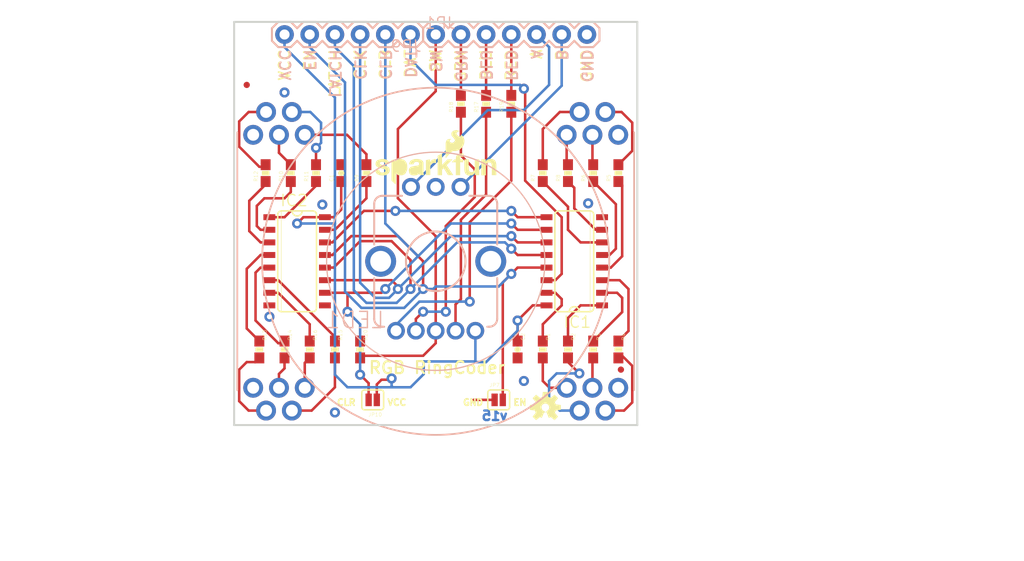
<source format=kicad_pcb>
(kicad_pcb (version 20211014) (generator pcbnew)
  (layers (0 "F.Cu" signal) (31 "B.Cu" signal) (34 "B.Paste" user) (35 "F.Paste" user) (36 "B.SilkS" user "B.Silkscreen") (37 "F.SilkS" user "F.Silkscreen") (38 "B.Mask" user) (39 "F.Mask" user) (44 "Edge.Cuts" user))
  (net 0 "")
  (net 1 "GND")
  (net 2 "4")
  (net 3 "3")
  (net 4 "2")
  (net 5 "1")
  (net 6 "B")
  (net 7 "A")
  (net 8 "VCC")
  (net 9 "QH*")
  (net 10 "DAT")
  (net 11 "CLK")
  (net 12 "13")
  (net 13 "14")
  (net 14 "15")
  (net 15 "16")
  (net 16 "12")
  (net 17 "11")
  (net 18 "10")
  (net 19 "9")
  (net 20 "8")
  (net 21 "7")
  (net 22 "6")
  (net 23 "5")
  (net 24 "LATCH")
  (net 25 "CLEAR")
  (net 26 "EN")
  (net 27 "SWITCH")
  (net 28 "N$1")
  (net 29 "N$2")
  (net 30 "N$3")
  (net 31 "N$4")
  (net 32 "N$5")
  (net 33 "N$6")
  (net 34 "N$7")
  (net 35 "N$8")
  (net 36 "N$9")
  (net 37 "N$10")
  (net 38 "N$11")
  (net 39 "N$12")
  (net 40 "N$13")
  (net 41 "N$14")
  (net 42 "N$15")
  (net 43 "N$16")
  (net 44 "RED")
  (net 45 "BLUE")
  (net 46 "GREEN")
  (net 47 "LED-R")
  (net 48 "LED-G")
  (net 49 "LED-B")
  (footprint "boardEagle:0603-RES" (layer "F.Cu") (at 164.3761 117.7036 -90)
    (fp_text reference "R3")
    (fp_text value "300")
  )
  (footprint "boardEagle:0603-RES" (layer "F.Cu") (at 151.0411 92.9386 90)
    (fp_text reference "R18")
    (fp_text value "180")
  )
  (footprint "boardEagle:SO16" (layer "F.Cu") (at 162.4711 108.8136 90)
    (fp_text reference "IC1")
    (fp_text value "74LS595D")
  )
  (footprint "boardEagle:0603-RES" (layer "F.Cu") (at 159.2961 99.9236 90)
    (fp_text reference "R7")
    (fp_text value "300")
  )
  (footprint "boardEagle:FIDUCIAL-1X2.5" (layer "F.Cu") (at 167.1701 119.7356)
    (fp_text reference "JP5" hide)
    (fp_text value "FIDUCIAL1X2.5" hide)
  )
  (footprint "boardEagle:SO16" (layer "F.Cu") (at 134.5311 108.8136 -90)
    (fp_text reference "IC2")
    (fp_text value "74LS595D")
  )
  (footprint "boardEagle:OSHW-LOGO-S" (layer "F.Cu") (at 159.5501 123.5456)
    (fp_text reference "U$2" hide)
    (fp_text value "OSHW-LOGOS" hide)
  )
  (footprint "boardEagle:0603-RES" (layer "F.Cu") (at 156.1211 92.9386 90)
    (fp_text reference "R19")
    (fp_text value "300")
  )
  (footprint "boardEagle:0603-RES" (layer "F.Cu") (at 136.4361 99.9236 90)
    (fp_text reference "R11")
    (fp_text value "300")
  )
  (footprint "boardEagle:0603-RES" (layer "F.Cu") (at 138.3411 117.7036 -90)
    (fp_text reference "R15")
    (fp_text value "300")
  )
  (footprint "boardEagle:0603-RES" (layer "F.Cu") (at 140.8811 117.7036 -90)
    (fp_text reference "R20")
    (fp_text value "10k")
  )
  (footprint "boardEagle:SJ_2S" (layer "F.Cu") (at 142.1511 122.7836 180)
    (fp_text reference "JP10")
    (fp_text value "")
  )
  (footprint "boardEagle:0603-RES" (layer "F.Cu") (at 159.2961 117.7036 -90)
    (fp_text reference "R1")
    (fp_text value "300")
  )
  (footprint "boardEagle:CREATIVE_COMMONS" (layer "F.Cu") (at 124.898979 134.8486)
    (fp_text reference "FRAME1" hide)
    (fp_text value "FRAME-LETTER" hide)
  )
  (footprint "boardEagle:FIDUCIAL-1X2.5" (layer "F.Cu") (at 129.4511 91.0336)
    (fp_text reference "JP8" hide)
    (fp_text value "FIDUCIAL1X2.5" hide)
  )
  (footprint "boardEagle:0603-RES" (layer "F.Cu") (at 166.9161 99.9236 90)
    (fp_text reference "R5")
    (fp_text value "300")
  )
  (footprint "boardEagle:0603-RES" (layer "F.Cu") (at 161.8361 99.9236 90)
    (fp_text reference "R8")
    (fp_text value "300")
  )
  (footprint "boardEagle:0603-CAP" (layer "F.Cu") (at 138.9761 99.9236 90)
    (fp_text reference "C1")
    (fp_text value "0.1uF")
  )
  (footprint "boardEagle:0603-RES" (layer "F.Cu") (at 130.7211 117.7036 -90)
    (fp_text reference "R13")
    (fp_text value "300")
  )
  (footprint "boardEagle:0603-RES" (layer "F.Cu") (at 164.3761 99.9236 90)
    (fp_text reference "R6")
    (fp_text value "300")
  )
  (footprint "boardEagle:0603-RES" (layer "F.Cu") (at 131.3561 99.9236 90)
    (fp_text reference "R12")
    (fp_text value "300")
  )
  (footprint "boardEagle:0603-RES" (layer "F.Cu") (at 133.2611 117.7036 -90)
    (fp_text reference "R14")
    (fp_text value "300")
  )
  (footprint "boardEagle:SFE-NEW-WEB" (layer "F.Cu") (at 142.4051 101.0666)
    (fp_text reference "JP2" hide)
    (fp_text value "LOGO-SFENW2" hide)
  )
  (footprint "boardEagle:0603-RES" (layer "F.Cu") (at 153.5811 92.9386 90)
    (fp_text reference "R17")
    (fp_text value "180")
  )
  (footprint "boardEagle:REVISION" (layer "F.Cu") (at 136.4361 138.0236)
    (fp_text reference "U$1" hide)
    (fp_text value "REVISION" hide)
  )
  (footprint "boardEagle:0603-RES" (layer "F.Cu") (at 135.8011 117.7036 -90)
    (fp_text reference "R16")
    (fp_text value "300")
  )
  (footprint "boardEagle:0603-RES" (layer "F.Cu") (at 166.9161 117.7036 -90)
    (fp_text reference "R4")
    (fp_text value "300")
  )
  (footprint "boardEagle:SFE-LOGO-FLAME" (layer "F.Cu") (at 149.5171 98.3996)
    (fp_text reference "JP6" hide)
    (fp_text value "LOGO-SFESK" hide)
  )
  (footprint "boardEagle:0603-RES" (layer "F.Cu") (at 161.8361 117.7036 -90)
    (fp_text reference "R2")
    (fp_text value "300")
  )
  (footprint "boardEagle:SJ_2S" (layer "F.Cu") (at 154.8511 122.7836)
    (fp_text reference "JP7")
    (fp_text value "")
  )
  (footprint "boardEagle:0603-CAP" (layer "F.Cu") (at 156.7561 117.7036 -90)
    (fp_text reference "C2")
    (fp_text value "0.1uF")
  )
  (footprint "boardEagle:0603-RES" (layer "F.Cu") (at 141.5161 99.9236 90)
    (fp_text reference "R9")
    (fp_text value "300")
  )
  (footprint "boardEagle:0603-RES" (layer "F.Cu") (at 133.8961 99.9236 90)
    (fp_text reference "R10")
    (fp_text value "300")
  )
  (footprint "boardEagle:ENCODER_LED_RGB" (layer "B.Cu") (at 148.5011 108.8136)
    (fp_text reference "U1" hide)
    (fp_text value "ENCODER_RGB" hide)
  )
  (footprint "boardEagle:1X07" (layer "B.Cu") (at 148.5011 85.9536)
    (fp_text reference "JP9")
    (fp_text value "")
  )
  (footprint "boardEagle:1X06" (layer "B.Cu") (at 145.9611 85.9536 180)
    (fp_text reference "JP1")
    (fp_text value "")
  )
  (footprint "boardEagle:STAND-OFF" (layer "B.Cu") (at 166.2811 88.4936 180)
    (fp_text reference "JP3" hide)
    (fp_text value "STAND-OFF" hide)
  )
  (footprint "boardEagle:STAND-OFF" (layer "B.Cu") (at 130.7211 88.4936 180)
    (fp_text reference "JP4" hide)
    (fp_text value "STAND-OFF" hide)
  )
  (footprint "boardEagle:LED_RING" (layer "B.Cu") (at 148.5011 108.8136)
    (fp_text reference "LED1")
    (fp_text value "RED")
  )
  (gr_line (start 128.1811 125.3236) (end 168.8211 125.3236) (layer "Edge.Cuts") (width 0.2032))
  (gr_line (start 128.1811 84.6836) (end 128.1811 125.3236) (layer "Edge.Cuts") (width 0.2032))
  (gr_line (start 168.8211 84.6836) (end 128.1811 84.6836) (layer "Edge.Cuts") (width 0.2032))
  (gr_line (start 168.8211 125.3236) (end 168.8211 84.6836) (layer "Edge.Cuts") (width 0.2032))
  (gr_text "v15" (at 155.8671 124.9426) (layer "B.Cu") (effects (font (size 0.9525 0.9525) (thickness 0.3175)) (justify left bottom mirror)))
  (gr_text "A" (at 159.2961 87.3506 -90) (layer "B.SilkS") (effects (font (size 1.0795 1.0795) (thickness 0.1905)) (justify right top mirror)))
  (gr_text "EN" (at 136.4361 87.3506 -90) (layer "B.SilkS") (effects (font (size 1.0795 1.0795) (thickness 0.1905)) (justify right top mirror)))
  (gr_text "CLR" (at 144.0561 87.3506 -90) (layer "B.SilkS") (effects (font (size 1.0795 1.0795) (thickness 0.1905)) (justify right top mirror)))
  (gr_text "GND" (at 164.3761 87.3506 -90) (layer "B.SilkS") (effects (font (size 1.0795 1.0795) (thickness 0.1905)) (justify right top mirror)))
  (gr_text "LATCH" (at 138.9761 87.3506 -90) (layer "B.SilkS") (effects (font (size 1.0795 1.0795) (thickness 0.1905)) (justify right top mirror)))
  (gr_text "B" (at 161.8361 87.3506 -90) (layer "B.SilkS") (effects (font (size 1.0795 1.0795) (thickness 0.1905)) (justify right top mirror)))
  (gr_text "BLU" (at 154.2161 87.3506 -90) (layer "B.SilkS") (effects (font (size 1.0795 1.0795) (thickness 0.1905)) (justify right top mirror)))
  (gr_text "RED" (at 156.7561 87.3506 -90) (layer "B.SilkS") (effects (font (size 1.0795 1.0795) (thickness 0.1905)) (justify right top mirror)))
  (gr_text "CLK" (at 141.5161 87.3506 -90) (layer "B.SilkS") (effects (font (size 1.0795 1.0795) (thickness 0.1905)) (justify right top mirror)))
  (gr_text "VCC" (at 133.8961 87.3506 -90) (layer "B.SilkS") (effects (font (size 1.0795 1.0795) (thickness 0.1905)) (justify right top mirror)))
  (gr_text "SW" (at 149.1361 87.3506 -90) (layer "B.SilkS") (effects (font (size 1.0795 1.0795) (thickness 0.1905)) (justify right top mirror)))
  (gr_text "GRN" (at 151.6761 87.3506 -90) (layer "B.SilkS") (effects (font (size 1.0795 1.0795) (thickness 0.1905)) (justify right top mirror)))
  (gr_text "DAT" (at 146.5961 87.3506 -90) (layer "B.SilkS") (effects (font (size 1.0795 1.0795) (thickness 0.1905)) (justify right top mirror)))
  (gr_text "RED" (at 155.4861 87.3506 90) (layer "F.SilkS") (effects (font (size 1.0795 1.0795) (thickness 0.1905)) (justify right top)))
  (gr_text "VCC" (at 143.5481 123.4186) (layer "F.SilkS") (effects (font (size 0.65024 0.65024) (thickness 0.16256)) (justify left bottom)))
  (gr_text "VCC" (at 132.6261 87.3506 90) (layer "F.SilkS") (effects (font (size 1.0795 1.0795) (thickness 0.1905)) (justify right top)))
  (gr_text "RGB RingCoder" (at 141.6431 120.2436) (layer "F.SilkS") (effects (font (size 1.20904 1.20904) (thickness 0.21336)) (justify left bottom)))
  (gr_text "CLR" (at 138.4681 123.4186) (layer "F.SilkS") (effects (font (size 0.65024 0.65024) (thickness 0.16256)) (justify left bottom)))
  (gr_text "B" (at 160.5661 87.3506 90) (layer "F.SilkS") (effects (font (size 1.0795 1.0795) (thickness 0.1905)) (justify right top)))
  (gr_text "GND" (at 163.1061 87.3506 90) (layer "F.SilkS") (effects (font (size 1.0795 1.0795) (thickness 0.1905)) (justify right top)))
  (gr_text "GRN" (at 150.4061 87.3506 90) (layer "F.SilkS") (effects (font (size 1.0795 1.0795) (thickness 0.1905)) (justify right top)))
  (gr_text "CLR" (at 142.7861 87.3506 90) (layer "F.SilkS") (effects (font (size 1.0795 1.0795) (thickness 0.1905)) (justify right top)))
  (gr_text "DAT" (at 145.3261 87.3506 90) (layer "F.SilkS") (effects (font (size 1.0795 1.0795) (thickness 0.1905)) (justify right top)))
  (gr_text "SW" (at 147.8661 87.3506 90) (layer "F.SilkS") (effects (font (size 1.0795 1.0795) (thickness 0.1905)) (justify right top)))
  (gr_text "BLU" (at 152.9461 87.3506 90) (layer "F.SilkS") (effects (font (size 1.0795 1.0795) (thickness 0.1905)) (justify right top)))
  (gr_text "LATCH" (at 137.7061 87.3506 90) (layer "F.SilkS") (effects (font (size 1.0795 1.0795) (thickness 0.1905)) (justify right top)))
  (gr_text "GND" (at 151.1681 123.4186) (layer "F.SilkS") (effects (font (size 0.65024 0.65024) (thickness 0.16256)) (justify left bottom)))
  (gr_text "EN" (at 135.1661 87.3506 90) (layer "F.SilkS") (effects (font (size 1.0795 1.0795) (thickness 0.1905)) (justify right top)))
  (gr_text "EN" (at 156.2481 123.4186) (layer "F.SilkS") (effects (font (size 0.65024 0.65024) (thickness 0.16256)) (justify left bottom)))
  (gr_text "A" (at 158.0261 87.3506 90) (layer "F.SilkS") (effects (font (size 1.0795 1.0795) (thickness 0.1905)) (justify right top)))
  (gr_text "CLK" (at 140.2461 87.3506 90) (layer "F.SilkS") (effects (font (size 1.0795 1.0795) (thickness 0.1905)) (justify right top)))
  (segment (start 154.4392 122.7836) (end 152.3111 122.7836) (width 0.254) (layer "F.Cu") (net 1))
  (segment (start 138.9761 99.0736) (end 138.9761 98.6536) (width 0.254) (layer "F.Cu") (net 1))
  (via (at 138.3411 124.0536) (size 1.016) (drill 0.508) (layers "F.Cu" "B.Cu") (net 1))
  (via (at 133.2611 91.7956) (size 1.016) (drill 0.508) (layers "F.Cu" "B.Cu") (net 1))
  (via (at 163.8681 102.9716) (size 1.016) (drill 0.508) (layers "F.Cu" "B.Cu") (net 1))
  (via (at 131.7371 114.4016) (size 1.016) (drill 0.508) (layers "F.Cu" "B.Cu") (net 1))
  (via (at 157.3911 120.8786) (size 1.016) (drill 0.508) (layers "F.Cu" "B.Cu") (net 1))
  (via (at 137.0711 103.0986) (size 1.016) (drill 0.508) (layers "F.Cu" "B.Cu") (net 1))
  (segment (start 167.4871 123.8636) (end 168.3131 123.0376) (width 0.254) (layer "F.Cu") (net 2))
  (segment (start 167.3121 118.3536) (end 167.1161 118.3536) (width 0.254) (layer "F.Cu") (net 2))
  (segment (start 168.3131 123.0376) (end 168.3131 119.3546) (width 0.254) (layer "F.Cu") (net 2))
  (segment (start 168.3131 119.3546) (end 167.3121 118.3536) (width 0.254) (layer "F.Cu") (net 2))
  (segment (start 165.6011 123.8636) (end 167.4871 123.8636) (width 0.254) (layer "F.Cu") (net 2))
  (segment (start 167.1161 118.3536) (end 166.9161 118.5536) (width 0.254) (layer "F.Cu") (net 2))
  (segment (start 164.3011 118.6286) (end 164.3761 118.5536) (width 0.254) (layer "F.Cu") (net 3))
  (segment (start 164.3011 121.5636) (end 164.3011 118.6286) (width 0.254) (layer "F.Cu") (net 3))
  (segment (start 161.6211 118.7586) (end 162.9791 120.1166) (width 0.254) (layer "F.Cu") (net 4))
  (segment (start 161.8361 118.5536) (end 161.6211 118.5536) (width 0.254) (layer "F.Cu") (net 4))
  (segment (start 161.6211 118.5536) (end 161.6211 118.7586) (width 0.254) (layer "F.Cu") (net 4))
  (via (at 162.9791 120.1166) (size 1.016) (drill 0.508) (layers "F.Cu" "B.Cu") (net 4))
  (segment (start 162.9791 120.1166) (end 160.6931 120.1166) (width 0.254) (layer "B.Cu") (net 4))
  (segment (start 160.6931 120.1166) (end 159.9311 120.8786) (width 0.254) (layer "B.Cu") (net 4))
  (segment (start 161.0111 123.8636) (end 163.0011 123.8636) (width 0.254) (layer "B.Cu") (net 4))
  (segment (start 159.9311 120.8786) (end 159.9311 122.7836) (width 0.254) (layer "B.Cu") (net 4))
  (segment (start 159.9311 122.7836) (end 161.0111 123.8636) (width 0.254) (layer "B.Cu") (net 4))
  (segment (start 159.2961 120.8786) (end 159.2961 118.5536) (width 0.254) (layer "F.Cu") (net 5))
  (segment (start 161.7011 121.5636) (end 159.9811 121.5636) (width 0.254) (layer "F.Cu") (net 5))
  (segment (start 159.9811 121.5636) (end 159.2961 120.8786) (width 0.254) (layer "F.Cu") (net 5))
  (segment (start 161.2011 91.1136) (end 161.2011 85.9536) (width 0.254) (layer "B.Cu") (net 6))
  (segment (start 151.0011 101.3136) (end 161.2011 91.1136) (width 0.254) (layer "B.Cu") (net 6))
  (segment (start 157.3911 93.5736) (end 159.9311 91.0336) (width 0.254) (layer "B.Cu") (net 7))
  (segment (start 153.7411 93.5736) (end 157.3911 93.5736) (width 0.254) (layer "B.Cu") (net 7))
  (segment (start 159.9311 91.0336) (end 159.9311 87.2236) (width 0.254) (layer "B.Cu") (net 7))
  (segment (start 159.9311 87.2236) (end 158.6611 85.9536) (width 0.254) (layer "B.Cu") (net 7))
  (segment (start 146.0011 101.3136) (end 153.7411 93.5736) (width 0.254) (layer "B.Cu") (net 7))
  (segment (start 135.1661 104.3686) (end 134.5311 105.0036) (width 0.254) (layer "F.Cu") (net 8))
  (segment (start 138.9761 103.6066) (end 138.9761 100.7736) (width 0.254) (layer "F.Cu") (net 8))
  (segment (start 138.2141 104.3686) (end 138.9761 103.6066) (width 0.254) (layer "F.Cu") (net 8))
  (segment (start 137.3311 104.3686) (end 138.2141 104.3686) (width 0.254) (layer "F.Cu") (net 8))
  (segment (start 156.7561 114.7826) (end 156.7561 116.8536) (width 0.254) (layer "F.Cu") (net 8))
  (segment (start 142.563 121.2287) (end 143.0401 120.7516) (width 0.254) (layer "F.Cu") (net 8))
  (segment (start 158.2801 113.2586) (end 156.7561 114.7826) (width 0.254) (layer "F.Cu") (net 8))
  (segment (start 143.0401 120.7516) (end 143.9291 120.7516) (width 0.254) (layer "F.Cu") (net 8))
  (segment (start 159.6711 113.2586) (end 158.2801 113.2586) (width 0.254) (layer "F.Cu") (net 8))
  (segment (start 142.563 122.7836) (end 142.563 121.2287) (width 0.254) (layer "F.Cu") (net 8))
  (segment (start 137.3311 104.3686) (end 135.1661 104.3686) (width 0.254) (layer "F.Cu") (net 8))
  (segment (start 143.9291 120.7516) (end 144.0561 120.6246) (width 0.254) (layer "F.Cu") (net 8))
  (via (at 134.5311 105.0036) (size 1.016) (drill 0.508) (layers "F.Cu" "B.Cu") (net 8))
  (via (at 156.7561 114.7826) (size 1.016) (drill 0.508) (layers "F.Cu" "B.Cu") (net 8))
  (via (at 144.0561 120.6246) (size 1.016) (drill 0.508) (layers "F.Cu" "B.Cu") (net 8))
  (segment (start 153.5811 118.9736) (end 156.7561 115.7986) (width 0.254) (layer "B.Cu") (net 8))
  (segment (start 152.5651 118.9736) (end 152.5011 118.9096) (width 0.254) (layer "B.Cu") (net 8))
  (segment (start 145.9611 121.5136) (end 144.1831 121.5136) (width 0.254) (layer "B.Cu") (net 8))
  (segment (start 152.5651 118.9736) (end 153.5811 118.9736) (width 0.254) (layer "B.Cu") (net 8))
  (segment (start 138.3411 120.2436) (end 139.6111 121.5136) (width 0.254) (layer "B.Cu") (net 8))
  (segment (start 147.2951 118.9096) (end 147.2951 120.1796) (width 0.254) (layer "B.Cu") (net 8))
  (segment (start 144.1831 121.5136) (end 139.6111 121.5136) (width 0.254) (layer "B.Cu") (net 8))
  (segment (start 152.5011 118.9096) (end 147.2951 118.9096) (width 0.254) (layer "B.Cu") (net 8))
  (segment (start 138.3411 120.2436) (end 138.3411 105.0036) (width 0.254) (layer "B.Cu") (net 8))
  (segment (start 133.2611 85.9536) (end 133.2611 87.2236) (width 0.254) (layer "B.Cu") (net 8))
  (segment (start 138.3411 92.3036) (end 138.3411 105.0036) (width 0.254) (layer "B.Cu") (net 8))
  (segment (start 138.3411 105.0036) (end 134.5311 105.0036) (width 0.254) (layer "B.Cu") (net 8))
  (segment (start 152.5011 118.9096) (end 152.5011 115.8136) (width 0.254) (layer "B.Cu") (net 8))
  (segment (start 138.3411 92.3036) (end 133.2611 87.2236) (width 0.254) (layer "B.Cu") (net 8))
  (segment (start 147.2951 120.1796) (end 145.9611 121.5136) (width 0.254) (layer "B.Cu") (net 8))
  (segment (start 144.0561 120.6246) (end 144.0561 121.3866) (width 0.254) (layer "B.Cu") (net 8))
  (segment (start 156.7561 115.7986) (end 156.7561 114.7826) (width 0.254) (layer "B.Cu") (net 8))
  (segment (start 144.0561 121.3866) (end 144.1831 121.5136) (width 0.254) (layer "B.Cu") (net 8))
  (segment (start 137.3311 106.9086) (end 138.0871 106.9086) (width 0.254) (layer "F.Cu") (net 9))
  (segment (start 156.7561 104.3686) (end 159.6711 104.3686) (width 0.254) (layer "F.Cu") (net 9))
  (segment (start 138.0871 106.9086) (end 141.2621 103.7336) (width 0.254) (layer "F.Cu") (net 9))
  (segment (start 156.1211 103.7336) (end 156.7561 104.3686) (width 0.254) (layer "F.Cu") (net 9))
  (segment (start 141.2621 103.7336) (end 144.4371 103.7336) (width 0.254) (layer "F.Cu") (net 9))
  (via (at 156.1211 103.7336) (size 1.016) (drill 0.508) (layers "F.Cu" "B.Cu") (net 9))
  (via (at 144.4371 103.7336) (size 1.016) (drill 0.508) (layers "F.Cu" "B.Cu") (net 9))
  (segment (start 144.4371 103.7336) (end 156.1211 103.7336) (width 0.254) (layer "B.Cu") (net 9))
  (segment (start 161.2011 104.3686) (end 161.2011 110.0836) (width 0.254) (layer "F.Cu") (net 10))
  (segment (start 160.5661 110.7186) (end 161.2011 110.0836) (width 0.254) (layer "F.Cu") (net 10))
  (segment (start 157.5181 91.5416) (end 157.3911 91.4146) (width 0.254) (layer "F.Cu") (net 10))
  (segment (start 159.6711 110.7186) (end 160.5661 110.7186) (width 0.254) (layer "F.Cu") (net 10))
  (segment (start 157.5181 100.6856) (end 157.5181 91.5416) (width 0.254) (layer "F.Cu") (net 10))
  (segment (start 157.5181 100.6856) (end 161.2011 104.3686) (width 0.254) (layer "F.Cu") (net 10))
  (via (at 157.3911 91.4146) (size 1.016) (drill 0.508) (layers "F.Cu" "B.Cu") (net 10))
  (segment (start 145.9611 88.4936) (end 148.5011 91.0336) (width 0.254) (layer "B.Cu") (net 10))
  (segment (start 145.9611 85.9536) (end 145.9611 88.4936) (width 0.254) (layer "B.Cu") (net 10))
  (segment (start 148.5011 91.0336) (end 157.0101 91.0336) (width 0.254) (layer "B.Cu") (net 10))
  (segment (start 157.0101 91.0336) (end 157.3911 91.4146) (width 0.254) (layer "B.Cu") (net 10))
  (segment (start 137.3311 110.7186) (end 144.0561 110.7186) (width 0.254) (layer "F.Cu") (net 11))
  (segment (start 144.0561 110.7186) (end 144.6911 111.3536) (width 0.254) (layer "F.Cu") (net 11))
  (segment (start 144.6911 111.3536) (end 144.6911 111.6076) (width 0.254) (layer "F.Cu") (net 11))
  (segment (start 156.1211 106.2736) (end 156.7561 106.9086) (width 0.254) (layer "F.Cu") (net 11))
  (segment (start 156.7561 106.9086) (end 159.6711 106.9086) (width 0.254) (layer "F.Cu") (net 11))
  (via (at 144.6911 111.6076) (size 1.016) (drill 0.508) (layers "F.Cu" "B.Cu") (net 11))
  (via (at 156.1211 106.2736) (size 1.016) (drill 0.508) (layers "F.Cu" "B.Cu") (net 11))
  (segment (start 140.8811 110.9726) (end 142.4051 112.4966) (width 0.254) (layer "B.Cu") (net 11))
  (segment (start 140.8811 110.9726) (end 140.8811 85.9536) (width 0.254) (layer "B.Cu") (net 11))
  (segment (start 144.6911 111.6076) (end 150.0251 106.2736) (width 0.254) (layer "B.Cu") (net 11))
  (segment (start 142.4051 112.4966) (end 143.8021 112.4966) (width 0.254) (layer "B.Cu") (net 11))
  (segment (start 150.0251 106.2736) (end 156.1211 106.2736) (width 0.254) (layer "B.Cu") (net 11))
  (segment (start 144.6911 111.6076) (end 143.8021 112.4966) (width 0.254) (layer "B.Cu") (net 11))
  (segment (start 128.6891 119.7356) (end 129.4511 118.9736) (width 0.254) (layer "F.Cu") (net 12))
  (segment (start 128.6891 122.9106) (end 129.6421 123.8636) (width 0.254) (layer "F.Cu") (net 12))
  (segment (start 130.3011 118.9736) (end 130.7211 118.5536) (width 0.254) (layer "F.Cu") (net 12))
  (segment (start 129.4511 118.9736) (end 130.3011 118.9736) (width 0.254) (layer "F.Cu") (net 12))
  (segment (start 129.6421 123.8636) (end 131.4011 123.8636) (width 0.254) (layer "F.Cu") (net 12))
  (segment (start 128.6891 122.9106) (end 128.6891 119.7356) (width 0.254) (layer "F.Cu") (net 12))
  (segment (start 132.7011 121.5636) (end 132.7011 120.1686) (width 0.254) (layer "F.Cu") (net 13))
  (segment (start 133.2611 119.6086) (end 133.2611 118.5536) (width 0.254) (layer "F.Cu") (net 13))
  (segment (start 132.7011 120.1686) (end 133.2611 119.6086) (width 0.254) (layer "F.Cu") (net 13))
  (segment (start 134.0011 123.8636) (end 135.9911 123.8636) (width 0.254) (layer "F.Cu") (net 14))
  (segment (start 138.3411 121.5136) (end 138.3411 118.5536) (width 0.254) (layer "F.Cu") (net 14))
  (segment (start 135.9911 123.8636) (end 138.3411 121.5136) (width 0.254) (layer "F.Cu") (net 14))
  (segment (start 135.3011 119.0536) (end 135.8011 118.5536) (width 0.254) (layer "F.Cu") (net 15))
  (segment (start 135.3011 121.5636) (end 135.3011 119.0536) (width 0.254) (layer "F.Cu") (net 15))
  (segment (start 128.6891 94.7166) (end 128.6891 97.2566) (width 0.254) (layer "F.Cu") (net 16))
  (segment (start 131.1411 99.2886) (end 131.3561 99.0736) (width 0.254) (layer "F.Cu") (net 16))
  (segment (start 129.6421 93.7636) (end 131.4011 93.7636) (width 0.254) (layer "F.Cu") (net 16))
  (segment (start 128.6891 97.2566) (end 130.7211 99.2886) (width 0.254) (layer "F.Cu") (net 16))
  (segment (start 130.7211 99.2886) (end 131.1411 99.2886) (width 0.254) (layer "F.Cu") (net 16))
  (segment (start 128.6891 94.7166) (end 129.6421 93.7636) (width 0.254) (layer "F.Cu") (net 16))
  (segment (start 132.7011 97.8786) (end 133.8961 99.0736) (width 0.254) (layer "F.Cu") (net 17))
  (segment (start 132.7011 96.0636) (end 132.7011 97.8786) (width 0.254) (layer "F.Cu") (net 17))
  (segment (start 136.2211 99.2886) (end 136.4361 99.0736) (width 0.254) (layer "F.Cu") (net 18))
  (segment (start 136.4361 97.3836) (end 136.4361 99.0736) (width 0.254) (layer "F.Cu") (net 18))
  (via (at 136.4361 97.3836) (size 1.016) (drill 0.508) (layers "F.Cu" "B.Cu") (net 18))
  (segment (start 136.9441 94.8436) (end 135.8641 93.7636) (width 0.254) (layer "B.Cu") (net 18))
  (segment (start 136.9441 96.8756) (end 136.4361 97.3836) (width 0.254) (layer "B.Cu") (net 18))
  (segment (start 136.9441 94.8436) (end 136.9441 96.8756) (width 0.254) (layer "B.Cu") (net 18))
  (segment (start 135.8641 93.7636) (end 134.0011 93.7636) (width 0.254) (layer "B.Cu") (net 18))
  (segment (start 141.5161 98.0186) (end 141.5161 99.0736) (width 0.254) (layer "F.Cu") (net 19))
  (segment (start 135.3011 96.0636) (end 139.5611 96.0636) (width 0.254) (layer "F.Cu") (net 19))
  (segment (start 139.5611 96.0636) (end 141.5161 98.0186) (width 0.254) (layer "F.Cu") (net 19))
  (segment (start 161.7011 98.9386) (end 161.8361 99.0736) (width 0.254) (layer "F.Cu") (net 20))
  (segment (start 161.7011 96.0636) (end 161.7011 98.9386) (width 0.254) (layer "F.Cu") (net 20))
  (segment (start 161.0111 93.7636) (end 159.2961 95.4786) (width 0.254) (layer "F.Cu") (net 21))
  (segment (start 161.0111 93.7636) (end 163.0011 93.7636) (width 0.254) (layer "F.Cu") (net 21))
  (segment (start 159.2961 95.4786) (end 159.2961 99.0736) (width 0.254) (layer "F.Cu") (net 21))
  (segment (start 164.3011 98.9986) (end 164.3761 99.0736) (width 0.254) (layer "F.Cu") (net 22))
  (segment (start 164.3011 98.9986) (end 164.3011 96.0636) (width 0.254) (layer "F.Cu") (net 22))
  (segment (start 167.2331 93.7636) (end 165.6011 93.7636) (width 0.254) (layer "F.Cu") (net 23))
  (segment (start 168.3131 97.6766) (end 166.9161 99.0736) (width 0.254) (layer "F.Cu") (net 23))
  (segment (start 168.3131 94.8436) (end 168.3131 97.6766) (width 0.254) (layer "F.Cu") (net 23))
  (segment (start 168.3131 94.8436) (end 167.2331 93.7636) (width 0.254) (layer "F.Cu") (net 23))
  (segment (start 140.8811 106.7816) (end 144.0561 106.7816) (width 0.254) (layer "F.Cu") (net 24))
  (segment (start 156.7561 108.1786) (end 159.6711 108.1786) (width 0.254) (layer "F.Cu") (net 24))
  (segment (start 137.3311 109.4486) (end 138.2141 109.4486) (width 0.254) (layer "F.Cu") (net 24))
  (segment (start 144.0561 106.7816) (end 145.9611 108.6866) (width 0.254) (layer "F.Cu") (net 24))
  (segment (start 156.1211 107.5436) (end 156.7561 108.1786) (width 0.254) (layer "F.Cu") (net 24))
  (segment (start 138.2141 109.4486) (end 140.8811 106.7816) (width 0.254) (layer "F.Cu") (net 24))
  (segment (start 145.9611 108.6866) (end 145.9611 111.6076) (width 0.254) (layer "F.Cu") (net 24))
  (via (at 145.9611 111.6076) (size 1.016) (drill 0.508) (layers "F.Cu" "B.Cu") (net 24))
  (via (at 156.1211 107.5436) (size 1.016) (drill 0.508) (layers "F.Cu" "B.Cu") (net 24))
  (segment (start 155.4861 106.9086) (end 156.1211 107.5436) (width 0.254) (layer "B.Cu") (net 24))
  (segment (start 140.2461 89.1286) (end 140.2461 111.7346) (width 0.254) (layer "B.Cu") (net 24))
  (segment (start 140.2461 111.7346) (end 141.5161 113.0046) (width 0.254) (layer "B.Cu") (net 24))
  (segment (start 138.3411 87.2236) (end 138.3411 85.9536) (width 0.254) (layer "B.Cu") (net 24))
  (segment (start 150.6601 106.9086) (end 155.4861 106.9086) (width 0.254) (layer "B.Cu") (net 24))
  (segment (start 141.5161 113.0046) (end 144.5641 113.0046) (width 0.254) (layer "B.Cu") (net 24))
  (segment (start 145.9611 111.6076) (end 150.6601 106.9086) (width 0.254) (layer "B.Cu") (net 24))
  (segment (start 145.9611 111.6076) (end 144.5641 113.0046) (width 0.254) (layer "B.Cu") (net 24))
  (segment (start 140.2461 89.1286) (end 138.3411 87.2236) (width 0.254) (layer "B.Cu") (net 24))
  (segment (start 139.6111 111.9886) (end 143.0401 111.9886) (width 0.254) (layer "F.Cu") (net 25))
  (segment (start 141.7392 122.7836) (end 141.7392 121.1017) (width 0.254) (layer "F.Cu") (net 25))
  (segment (start 143.0401 111.9886) (end 143.4211 111.6076) (width 0.254) (layer "F.Cu") (net 25))
  (segment (start 141.7392 121.1017) (end 140.8811 120.2436) (width 0.254) (layer "F.Cu") (net 25))
  (segment (start 137.3311 111.9886) (end 139.6111 111.9886) (width 0.254) (layer "F.Cu") (net 25))
  (segment (start 156.1211 105.0036) (end 156.7561 105.6386) (width 0.254) (layer "F.Cu") (net 25))
  (segment (start 156.7561 105.6386) (end 159.6711 105.6386) (width 0.254) (layer "F.Cu") (net 25))
  (segment (start 139.6111 113.8936) (end 139.6111 111.9886) (width 0.254) (layer "F.Cu") (net 25))
  (via (at 143.4211 111.6076) (size 1.016) (drill 0.508) (layers "F.Cu" "B.Cu") (net 25))
  (via (at 139.6111 113.8936) (size 1.016) (drill 0.508) (layers "F.Cu" "B.Cu") (net 25))
  (via (at 156.1211 105.0036) (size 1.016) (drill 0.508) (layers "F.Cu" "B.Cu") (net 25))
  (via (at 140.8811 120.2436) (size 1.016) (drill 0.508) (layers "F.Cu" "B.Cu") (net 25))
  (segment (start 143.4211 111.6076) (end 146.7231 108.3056) (width 0.254) (layer "B.Cu") (net 25))
  (segment (start 140.8811 115.1636) (end 139.6111 113.8936) (width 0.254) (layer "B.Cu") (net 25))
  (segment (start 146.7231 108.3056) (end 150.0251 105.0036) (width 0.254) (layer "B.Cu") (net 25))
  (segment (start 150.0251 105.0036) (end 156.1211 105.0036) (width 0.254) (layer "B.Cu") (net 25))
  (segment (start 143.4211 105.0036) (end 143.4211 85.9536) (width 0.254) (layer "B.Cu") (net 25))
  (segment (start 146.7231 108.3056) (end 143.4211 105.0036) (width 0.254) (layer "B.Cu") (net 25))
  (segment (start 140.8811 120.2436) (end 140.8811 115.1636) (width 0.254) (layer "B.Cu") (net 25))
  (segment (start 138.0871 108.1786) (end 139.9921 106.2736) (width 0.254) (layer "F.Cu") (net 26))
  (segment (start 156.1211 110.0836) (end 156.7561 109.4486) (width 0.254) (layer "F.Cu") (net 26))
  (segment (start 155.263 110.9417) (end 156.1211 110.0836) (width 0.254) (layer "F.Cu") (net 26))
  (segment (start 147.2311 108.8136) (end 147.2311 111.6076) (width 0.254) (layer "F.Cu") (net 26))
  (segment (start 144.6911 106.2736) (end 147.2311 108.8136) (width 0.254) (layer "F.Cu") (net 26))
  (segment (start 156.7561 109.4486) (end 159.6711 109.4486) (width 0.254) (layer "F.Cu") (net 26))
  (segment (start 155.263 122.7836) (end 155.263 110.9417) (width 0.254) (layer "F.Cu") (net 26))
  (segment (start 137.3311 108.1786) (end 138.0871 108.1786) (width 0.254) (layer "F.Cu") (net 26))
  (segment (start 139.9921 106.2736) (end 144.6911 106.2736) (width 0.254) (layer "F.Cu") (net 26))
  (via (at 147.2311 111.6076) (size 1.016) (drill 0.508) (layers "F.Cu" "B.Cu") (net 26))
  (via (at 156.1211 110.0836) (size 1.016) (drill 0.508) (layers "F.Cu" "B.Cu") (net 26))
  (segment (start 139.3571 90.7796) (end 139.3571 111.8616) (width 0.254) (layer "B.Cu") (net 26))
  (segment (start 154.8511 111.3536) (end 156.1211 110.0836) (width 0.254) (layer "B.Cu") (net 26))
  (segment (start 147.2311 111.6076) (end 148.2471 111.6076) (width 0.254) (layer "B.Cu") (net 26))
  (segment (start 148.5011 111.3536) (end 154.8511 111.3536) (width 0.254) (layer "B.Cu") (net 26))
  (segment (start 135.8011 87.2236) (end 135.8011 85.9536) (width 0.254) (layer "B.Cu") (net 26))
  (segment (start 139.3571 111.8616) (end 141.0081 113.5126) (width 0.254) (layer "B.Cu") (net 26))
  (segment (start 148.2471 111.6076) (end 148.5011 111.3536) (width 0.254) (layer "B.Cu") (net 26))
  (segment (start 139.3571 90.7796) (end 135.8011 87.2236) (width 0.254) (layer "B.Cu") (net 26))
  (segment (start 145.3261 113.5126) (end 141.0081 113.5126) (width 0.254) (layer "B.Cu") (net 26))
  (segment (start 147.2311 111.6076) (end 145.3261 113.5126) (width 0.254) (layer "B.Cu") (net 26))
  (segment (start 144.6911 95.4786) (end 144.6911 102.4636) (width 0.254) (layer "F.Cu") (net 27))
  (segment (start 148.5011 91.6686) (end 144.6911 95.4786) (width 0.254) (layer "F.Cu") (net 27))
  (segment (start 148.5011 115.8136) (end 148.5011 106.2736) (width 0.254) (layer "F.Cu") (net 27))
  (segment (start 147.2311 118.3386) (end 141.0961 118.3386) (width 0.254) (layer "F.Cu") (net 27))
  (segment (start 148.5011 115.8136) (end 148.5011 117.0686) (width 0.254) (layer "F.Cu") (net 27))
  (segment (start 148.5011 85.9536) (end 148.5011 91.6686) (width 0.254) (layer "F.Cu") (net 27))
  (segment (start 141.0961 118.3386) (end 140.8811 118.5536) (width 0.254) (layer "F.Cu") (net 27))
  (segment (start 148.5011 117.0686) (end 147.2311 118.3386) (width 0.254) (layer "F.Cu") (net 27))
  (segment (start 148.5011 106.2736) (end 144.6911 102.4636) (width 0.254) (layer "F.Cu") (net 27))
  (segment (start 161.2011 112.6236) (end 160.5661 111.9886) (width 0.254) (layer "F.Cu") (net 28))
  (segment (start 160.5661 111.9886) (end 159.6711 111.9886) (width 0.254) (layer "F.Cu") (net 28))
  (segment (start 159.2961 115.1636) (end 161.2011 113.2586) (width 0.254) (layer "F.Cu") (net 28))
  (segment (start 161.2011 113.2586) (end 161.2011 112.6236) (width 0.254) (layer "F.Cu") (net 28))
  (segment (start 159.2961 116.8536) (end 159.2961 115.1636) (width 0.254) (layer "F.Cu") (net 28))
  (segment (start 165.2711 113.2586) (end 163.1061 113.2586) (width 0.254) (layer "F.Cu") (net 29))
  (segment (start 163.1061 113.2586) (end 161.8361 114.5286) (width 0.254) (layer "F.Cu") (net 29))
  (segment (start 161.8361 114.5286) (end 161.8361 116.8536) (width 0.254) (layer "F.Cu") (net 29))
  (segment (start 167.2971 113.9326) (end 164.3761 116.8536) (width 0.254) (layer "F.Cu") (net 30))
  (segment (start 166.7891 111.9886) (end 165.2711 111.9886) (width 0.254) (layer "F.Cu") (net 30))
  (segment (start 164.3761 116.4336) (end 164.3761 116.8536) (width 0.254) (layer "F.Cu") (net 30))
  (segment (start 166.7891 111.9886) (end 167.2971 112.4966) (width 0.254) (layer "F.Cu") (net 30))
  (segment (start 167.2971 112.4966) (end 167.2971 113.9326) (width 0.254) (layer "F.Cu") (net 30))
  (segment (start 164.3761 116.8536) (end 164.3761 117.0686) (width 0.254) (layer "F.Cu") (net 30))
  (segment (start 167.0431 110.7186) (end 167.9321 111.6076) (width 0.254) (layer "F.Cu") (net 31))
  (segment (start 167.0431 110.7186) (end 165.2711 110.7186) (width 0.254) (layer "F.Cu") (net 31))
  (segment (start 167.9321 115.8376) (end 166.9161 116.8536) (width 0.254) (layer "F.Cu") (net 31))
  (segment (start 167.9321 111.6076) (end 167.9321 115.8376) (width 0.254) (layer "F.Cu") (net 31))
  (segment (start 167.2971 108.3056) (end 167.2971 101.1546) (width 0.254) (layer "F.Cu") (net 32))
  (segment (start 165.2711 109.4486) (end 166.1541 109.4486) (width 0.254) (layer "F.Cu") (net 32))
  (segment (start 166.1541 109.4486) (end 167.2971 108.3056) (width 0.254) (layer "F.Cu") (net 32))
  (segment (start 167.2971 101.1546) (end 166.9161 100.7736) (width 0.254) (layer "F.Cu") (net 32))
  (segment (start 165.2711 108.1786) (end 166.0271 108.1786) (width 0.254) (layer "F.Cu") (net 33))
  (segment (start 166.0271 108.1786) (end 166.6621 107.5436) (width 0.254) (layer "F.Cu") (net 33))
  (segment (start 166.6621 107.5436) (end 166.6621 103.0596) (width 0.254) (layer "F.Cu") (net 33))
  (segment (start 166.6621 103.0596) (end 164.3761 100.7736) (width 0.254) (layer "F.Cu") (net 33))
  (segment (start 161.8361 103.3136) (end 159.2961 100.7736) (width 0.254) (layer "F.Cu") (net 34))
  (segment (start 163.1061 106.9086) (end 165.2711 106.9086) (width 0.254) (layer "F.Cu") (net 34))
  (segment (start 161.8361 105.6386) (end 161.8361 103.3136) (width 0.254) (layer "F.Cu") (net 34))
  (segment (start 161.8361 105.6386) (end 163.1061 106.9086) (width 0.254) (layer "F.Cu") (net 34))
  (segment (start 162.4711 103.4796) (end 162.4711 101.4086) (width 0.254) (layer "F.Cu") (net 35))
  (segment (start 162.4711 101.4086) (end 161.8361 100.7736) (width 0.254) (layer "F.Cu") (net 35))
  (segment (start 165.2711 105.6386) (end 164.6301 105.6386) (width 0.254) (layer "F.Cu") (net 35))
  (segment (start 164.6301 105.6386) (end 162.4711 103.4796) (width 0.254) (layer "F.Cu") (net 35))
  (segment (start 137.3311 105.6386) (end 138.3411 105.6386) (width 0.254) (layer "F.Cu") (net 36))
  (segment (start 141.5161 102.4636) (end 141.5161 100.7736) (width 0.254) (layer "F.Cu") (net 36))
  (segment (start 138.3411 105.6386) (end 141.5161 102.4636) (width 0.254) (layer "F.Cu") (net 36))
  (segment (start 133.2611 104.3686) (end 136.4361 101.1936) (width 0.254) (layer "F.Cu") (net 37))
  (segment (start 131.7311 104.3686) (end 133.2611 104.3686) (width 0.254) (layer "F.Cu") (net 37))
  (segment (start 136.4361 101.1936) (end 136.4361 100.7736) (width 0.254) (layer "F.Cu") (net 37))
  (segment (start 131.2291 102.4636) (end 130.4671 103.2256) (width 0.254) (layer "F.Cu") (net 38))
  (segment (start 130.4671 103.2256) (end 130.4671 105.2576) (width 0.254) (layer "F.Cu") (net 38))
  (segment (start 133.8961 101.8286) (end 133.2611 102.4636) (width 0.254) (layer "F.Cu") (net 38))
  (segment (start 130.8481 105.6386) (end 131.7311 105.6386) (width 0.254) (layer "F.Cu") (net 38))
  (segment (start 133.8961 100.7736) (end 133.8961 101.8286) (width 0.254) (layer "F.Cu") (net 38))
  (segment (start 130.4671 105.2576) (end 130.8481 105.6386) (width 0.254) (layer "F.Cu") (net 38))
  (segment (start 133.2611 102.4636) (end 131.2291 102.4636) (width 0.254) (layer "F.Cu") (net 38))
  (segment (start 131.3561 101.0666) (end 129.7051 102.7176) (width 0.254) (layer "F.Cu") (net 39))
  (segment (start 129.7051 105.7656) (end 130.8481 106.9086) (width 0.254) (layer "F.Cu") (net 39))
  (segment (start 129.7051 105.7656) (end 129.7051 102.7176) (width 0.254) (layer "F.Cu") (net 39))
  (segment (start 131.3561 100.7736) (end 131.3561 101.0666) (width 0.254) (layer "F.Cu") (net 39))
  (segment (start 130.8481 106.9086) (end 131.7311 106.9086) (width 0.254) (layer "F.Cu") (net 39))
  (segment (start 129.4511 109.5756) (end 130.8481 108.1786) (width 0.254) (layer "F.Cu") (net 40))
  (segment (start 130.8481 108.1786) (end 131.7311 108.1786) (width 0.254) (layer "F.Cu") (net 40))
  (segment (start 129.4511 115.5836) (end 129.4511 109.5756) (width 0.254) (layer "F.Cu") (net 40))
  (segment (start 129.4511 115.5836) (end 130.7211 116.8536) (width 0.254) (layer "F.Cu") (net 40))
  (segment (start 133.0461 117.0686) (end 133.2611 116.8536) (width 0.254) (layer "F.Cu") (net 41))
  (segment (start 130.8481 109.4486) (end 131.7311 109.4486) (width 0.254) (layer "F.Cu") (net 41))
  (segment (start 130.3401 114.7826) (end 130.3401 109.9566) (width 0.254) (layer "F.Cu") (net 41))
  (segment (start 132.6261 117.0686) (end 133.0461 117.0686) (width 0.254) (layer "F.Cu") (net 41))
  (segment (start 130.3401 109.9566) (end 130.8481 109.4486) (width 0.254) (layer "F.Cu") (net 41))
  (segment (start 130.3401 114.7826) (end 132.6261 117.0686) (width 0.254) (layer "F.Cu") (net 41))
  (segment (start 132.6261 110.7186) (end 131.7311 110.7186) (width 0.254) (layer "F.Cu") (net 42))
  (segment (start 138.3411 116.4336) (end 138.3411 116.8536) (width 0.254) (layer "F.Cu") (net 42))
  (segment (start 138.3411 116.4336) (end 132.6261 110.7186) (width 0.254) (layer "F.Cu") (net 42))
  (segment (start 132.6261 111.9886) (end 131.7311 111.9886) (width 0.254) (layer "F.Cu") (net 43))
  (segment (start 135.8011 115.1636) (end 132.6261 111.9886) (width 0.254) (layer "F.Cu") (net 43))
  (segment (start 135.8011 115.1636) (end 135.8011 116.8536) (width 0.254) (layer "F.Cu") (net 43))
  (segment (start 156.1211 92.0886) (end 156.1211 85.9536) (width 0.254) (layer "F.Cu") (net 44))
  (segment (start 153.5811 92.0886) (end 153.5811 85.9536) (width 0.254) (layer "F.Cu") (net 45))
  (segment (start 151.0411 92.0886) (end 151.0411 85.9536) (width 0.254) (layer "F.Cu") (net 46))
  (segment (start 151.9301 112.8776) (end 151.9301 104.8766) (width 0.254) (layer "F.Cu") (net 47))
  (segment (start 151.9301 104.8766) (end 156.1211 100.6856) (width 0.254) (layer "F.Cu") (net 47))
  (segment (start 156.1211 100.6856) (end 156.1211 93.7886) (width 0.254) (layer "F.Cu") (net 47))
  (via (at 151.9301 112.8776) (size 1.016) (drill 0.508) (layers "F.Cu" "B.Cu") (net 47))
  (segment (start 144.5011 115.8136) (end 144.5011 115.2266) (width 0.254) (layer "B.Cu") (net 47))
  (segment (start 146.8501 112.8776) (end 151.9301 112.8776) (width 0.254) (layer "B.Cu") (net 47))
  (segment (start 144.5011 115.2266) (end 146.8501 112.8776) (width 0.254) (layer "B.Cu") (net 47))
  (segment (start 152.4381 102.3366) (end 152.4381 99.5426) (width 0.254) (layer "F.Cu") (net 48))
  (segment (start 149.5171 105.2576) (end 152.4381 102.3366) (width 0.254) (layer "F.Cu") (net 48))
  (segment (start 152.4381 99.5426) (end 151.0411 98.1456) (width 0.254) (layer "F.Cu") (net 48))
  (segment (start 146.5011 115.8136) (end 146.5011 114.6236) (width 0.254) (layer "F.Cu") (net 48))
  (segment (start 149.5171 113.8936) (end 149.5171 105.2576) (width 0.254) (layer "F.Cu") (net 48))
  (segment (start 151.0411 98.1456) (end 151.0411 93.7886) (width 0.254) (layer "F.Cu") (net 48))
  (segment (start 146.5011 114.6236) (end 147.2311 113.8936) (width 0.254) (layer "F.Cu") (net 48))
  (via (at 149.5171 113.8936) (size 1.016) (drill 0.508) (layers "F.Cu" "B.Cu") (net 48))
  (via (at 147.2311 113.8936) (size 1.016) (drill 0.508) (layers "F.Cu" "B.Cu") (net 48))
  (segment (start 147.2311 113.8936) (end 149.5171 113.8936) (width 0.254) (layer "B.Cu") (net 48))
  (segment (start 151.0411 104.6226) (end 153.5811 102.0826) (width 0.254) (layer "F.Cu") (net 49))
  (segment (start 150.5011 113.1636) (end 151.0411 112.6236) (width 0.254) (layer "F.Cu") (net 49))
  (segment (start 150.5011 115.8136) (end 150.5011 113.1636) (width 0.254) (layer "F.Cu") (net 49))
  (segment (start 153.5811 102.0826) (end 153.5811 93.7886) (width 0.254) (layer "F.Cu") (net 49))
  (segment (start 151.0411 112.6236) (end 151.0411 104.6226) (width 0.254) (layer "F.Cu") (net 49))
)
</source>
